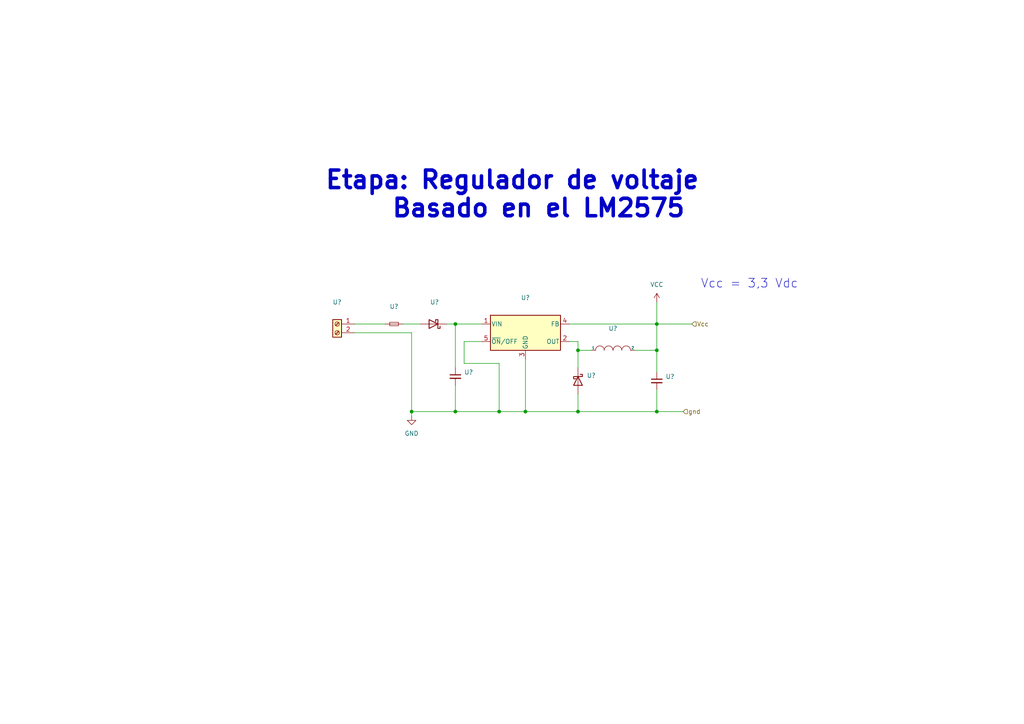
<source format=kicad_sch>
(kicad_sch (version 20220929) (generator eeschema)
  (paper "A4")
  (title_block (date "2022-09-15") (rev "José Luis Laica") (company "INTEAMBI"))
  (lib_symbols
    (symbol "Connector:Screw_Terminal_01x02" (pin_names (offset 1.016) hide)
      (property "Reference" "J" (at 0 2.54 0))
      (property "Value" "Screw_Terminal_01x02" (at 0 -5.08 0))
      (symbol "Screw_Terminal_01x02_1_1"
        (rectangle (start -1.27 1.27) (end 1.27 -3.81) (stroke (width 0.254)) (fill (type background)))
        (circle (center 0 -2.54) (radius 0.635) (stroke (width 0.1524)))
        (polyline (pts (xy -0.5334 -2.2098) (xy 0.3302 -3.048)) (stroke (width 0.1524)))
        (polyline (pts (xy -0.5334 0.3302) (xy 0.3302 -0.508)) (stroke (width 0.1524)))
        (polyline (pts (xy -0.3556 -2.032) (xy 0.508 -2.8702)) (stroke (width 0.1524)))
        (polyline (pts (xy -0.3556 0.508) (xy 0.508 -0.3302)) (stroke (width 0.1524)))
        (circle (center 0 0) (radius 0.635) (stroke (width 0.1524)))
        (pin passive line (at -5.08 0 0) (length 3.81) (name "Pin_1") (number "1"))
        (pin passive line (at -5.08 -2.54 0) (length 3.81) (name "Pin_2") (number "2"))
      )
    )
    (symbol "Device:C_Small" (pin_numbers hide) (pin_names (offset 0.254) hide)
      (property "Reference" "C" (at 0.254 1.778 0))
      (property "Value" "C_Small" (at 0.254 -2.032 0))
      (symbol "C_Small_0_1"
        (polyline (pts (xy -1.524 -0.508) (xy 1.524 -0.508)) (stroke (width 0.3302)))
        (polyline (pts (xy -1.524 0.508) (xy 1.524 0.508)) (stroke (width 0.3048)))
      )
      (symbol "C_Small_1_1"
        (pin passive line (at 0 2.54 270) (length 2.032) (name "~") (number "1"))
        (pin passive line (at 0 -2.54 90) (length 2.032) (name "~") (number "2"))
      )
    )
    (symbol "Device:Fuse_Small" (pin_numbers hide) (pin_names (offset 0.254) hide)
      (property "Reference" "F" (at 0 -1.524 0))
      (property "Value" "Fuse_Small" (at 0 1.524 0))
      (symbol "Fuse_Small_0_1"
        (rectangle (start -1.27 0.508) (end 1.27 -0.508))
        (polyline (pts (xy -1.27 0) (xy 1.27 0)))
      )
      (symbol "Fuse_Small_1_1"
        (pin passive line (at -2.54 0 0) (length 1.27) (name "~") (number "1"))
        (pin passive line (at 2.54 0 180) (length 1.27) (name "~") (number "2"))
      )
    )
    (symbol "Diode:B330" (pin_numbers hide) (pin_names (offset 1.016) hide)
      (property "Reference" "D" (at 0 2.54 0))
      (property "Value" "B330" (at 0 -2.54 0))
      (symbol "B330_0_1"
        (polyline (pts (xy 1.27 0) (xy -1.27 0)))
        (polyline (pts (xy 1.27 1.27) (xy 1.27 -1.27) (xy -1.27 0) (xy 1.27 1.27)) (stroke (width 0.254)))
        (polyline (pts (xy -1.905 0.635) (xy -1.905 1.27) (xy -1.27 1.27) (xy -1.27 -1.27) (xy -0.635 -1.27) (xy -0.635 -0.635)) (stroke (width 0.254)))
      )
      (symbol "B330_1_1"
        (pin passive line (at -3.81 0 0) (length 2.54) (name "K") (number "1"))
        (pin passive line (at 3.81 0 180) (length 2.54) (name "A") (number "2"))
      )
    )
    (symbol "Regulator_Switching:LM2576HVS-3.3" (pin_names (offset 0.254))
      (property "Reference" "U" (at -10.16 6.35 0))
      (property "Value" "LM2576HVS-3.3" (at 0 6.35 0))
      (symbol "LM2576HVS-3.3_0_1"
        (rectangle (start -10.16 5.08) (end 10.16 -5.08) (stroke (width 0.254)) (fill (type background)))
      )
      (symbol "LM2576HVS-3.3_1_1"
        (pin power_in line (at -12.7 2.54 0) (length 2.54) (name "VIN") (number "1"))
        (pin output line (at 12.7 -2.54 180) (length 2.54) (name "OUT") (number "2"))
        (pin power_in line (at 0 -7.62 90) (length 2.54) (name "GND") (number "3"))
        (pin input line (at 12.7 2.54 180) (length 2.54) (name "FB") (number "4"))
        (pin input line (at -12.7 -2.54 0) (length 2.54) (name "~{ON}/OFF") (number "5"))
      )
    )
    (symbol "power:GND" (power) (pin_names (offset 0))
      (property "Value" "GND" (at 0 -3.81 0))
      (symbol "GND_0_1"
        (polyline (pts (xy 0 0) (xy 0 -1.27) (xy 1.27 -1.27) (xy 0 -2.54) (xy -1.27 -1.27) (xy 0 -1.27)))
      )
      (symbol "GND_1_1"
        (pin power_in line (at 0 0 270) (length 0) hide (name "GND") (number "1"))
      )
    )
    (symbol "power:VCC" (power) (pin_names (offset 0))
      (property "Value" "VCC" (at 0 3.81 0))
      (symbol "VCC_0_1"
        (polyline (pts (xy -0.762 1.27) (xy 0 2.54)))
        (polyline (pts (xy 0 0) (xy 0 2.54)))
        (polyline (pts (xy 0 2.54) (xy 0.762 1.27)))
      )
      (symbol "VCC_1_1"
        (pin power_in line (at 0 0 90) (length 0) hide (name "VCC") (number "1"))
      )
    )
    (symbol "pspice:INDUCTOR" (pin_numbers hide) (pin_names (offset 0))
      (property "Reference" "L" (at 0 2.54 0))
      (property "Value" "INDUCTOR" (at 0 -1.27 0))
      (symbol "INDUCTOR_0_1"
        (arc (start -2.54 0) (mid -3.81 1.27) (end -5.08 0))
        (arc (start 0 0) (mid -1.27 1.27) (end -2.54 0))
        (arc (start 2.54 0) (mid 1.27 1.27) (end 0 0))
        (arc (start 5.08 0) (mid 3.81 1.27) (end 2.54 0))
      )
      (symbol "INDUCTOR_1_1"
        (pin input line (at -6.35 0 0) (length 1.27) (name "1") (number "1"))
        (pin input line (at 6.35 0 180) (length 1.27) (name "2") (number "2"))
      )
    )
  )
  (junction (at 190.5 93.98))
  (junction (at 132.08 93.98))
  (junction (at 132.08 119.38))
  (junction (at 167.64 119.38))
  (junction (at 190.5 119.38))
  (junction (at 144.78 119.38))
  (junction (at 167.64 101.6))
  (junction (at 152.4 119.38))
  (junction (at 119.38 119.38))
  (junction (at 190.5 101.6))
  (wire (pts (xy 152.4 119.38) (xy 144.78 119.38)))
  (wire (pts (xy 102.87 93.98) (xy 111.76 93.98)))
  (wire (pts (xy 134.62 99.06) (xy 134.62 105.41)))
  (wire (pts (xy 167.64 119.38) (xy 190.5 119.38)))
  (wire (pts (xy 184.15 101.6) (xy 190.5 101.6)))
  (wire (pts (xy 171.45 101.6) (xy 167.64 101.6)))
  (wire (pts (xy 102.87 96.52) (xy 119.38 96.52)))
  (wire (pts (xy 139.7 99.06) (xy 134.62 99.06)))
  (wire (pts (xy 144.78 119.38) (xy 132.08 119.38)))
  (wire (pts (xy 190.5 113.03) (xy 190.5 119.38)))
  (wire (pts (xy 190.5 93.98) (xy 190.5 101.6)))
  (wire (pts (xy 165.1 93.98) (xy 190.5 93.98)))
  (wire (pts (xy 129.54 93.98) (xy 132.08 93.98)))
  (wire (pts (xy 132.08 93.98) (xy 132.08 106.68)))
  (wire (pts (xy 119.38 96.52) (xy 119.38 119.38)))
  (wire (pts (xy 144.78 105.41) (xy 144.78 119.38)))
  (wire (pts (xy 167.64 114.3) (xy 167.64 119.38)))
  (wire (pts (xy 116.84 93.98) (xy 121.92 93.98)))
  (wire (pts (xy 119.38 119.38) (xy 132.08 119.38)))
  (wire (pts (xy 190.5 93.98) (xy 200.66 93.98)))
  (wire (pts (xy 132.08 93.98) (xy 139.7 93.98)))
  (wire (pts (xy 167.64 99.06) (xy 165.1 99.06)))
  (wire (pts (xy 134.62 105.41) (xy 144.78 105.41)))
  (wire (pts (xy 190.5 87.63) (xy 190.5 93.98)))
  (wire (pts (xy 152.4 104.14) (xy 152.4 119.38)))
  (wire (pts (xy 190.5 119.38) (xy 198.12 119.38)))
  (wire (pts (xy 190.5 101.6) (xy 190.5 107.95)))
  (wire (pts (xy 119.38 119.38) (xy 119.38 120.65)))
  (wire (pts (xy 167.64 119.38) (xy 152.4 119.38)))
  (wire (pts (xy 132.08 119.38) (xy 132.08 111.76)))
  (wire (pts (xy 167.64 101.6) (xy 167.64 99.06)))
  (wire (pts (xy 167.64 101.6) (xy 167.64 106.68)))
  (text "Vcc = 3,3 Vdc" (at 203.2 83.82 0) (effects (font (size 2.54 2.54)) (justify left bottom)))
  (text "Etapa: Regulador de voltaje\n     Basado en el LM2575" (at 93.98 63.5 0) (effects (font (size 5.08 5.08) (thickness 1.016) bold) (justify left bottom)))
  (hierarchical_label "gnd" (shape input) (at 198.12 119.38 0))
  (hierarchical_label "Vcc" (shape input) (at 200.66 93.98 0))
  (symbol (lib_id "pspice:INDUCTOR") (at 177.8 101.6 0) (unit 1)
    (default_instance (reference "") (unit 1) (value "") (footprint ""))
  )
  (symbol (lib_id "Connector:Screw_Terminal_01x02") (at 97.79 93.98 0) (mirror y) (unit 1)
    (default_instance (reference "") (unit 1) (value "") (footprint ""))
  )
  (symbol (lib_id "Diode:B330") (at 167.64 110.49 270) (unit 1)
    (default_instance (reference "") (unit 1) (value "") (footprint ""))
    (property "Datasheet" "http://www.jameco.com/Jameco/Products/ProdDS/1538777.pdf" (effects hide))
  )
  (symbol (lib_id "Device:Fuse_Small") (at 114.3 93.98 0) (unit 1)
    (default_instance (reference "") (unit 1) (value "") (footprint ""))
  )
  (symbol (lib_id "Device:C_Small") (at 132.08 109.22 0) (unit 1)
    (default_instance (reference "") (unit 1) (value "") (footprint ""))
  )
  (symbol (lib_id "Device:C_Small") (at 190.5 110.49 0) (unit 1)
    (default_instance (reference "") (unit 1) (value "") (footprint ""))
  )
  (symbol (lib_id "power:GND") (at 119.38 120.65 0) (unit 1)
    (default_instance (reference "") (unit 1) (value "") (footprint ""))
  )
  (symbol (lib_id "power:VCC") (at 190.5 87.63 0) (unit 1)
    (default_instance (reference "") (unit 1) (value "") (footprint ""))
  )
  (symbol (lib_id "Diode:B330") (at 125.73 93.98 180) (unit 1)
    (default_instance (reference "") (unit 1) (value "") (footprint ""))
    (property "Datasheet" "http://www.jameco.com/Jameco/Products/ProdDS/1538777.pdf" (effects hide))
  )
  (symbol (lib_id "Regulator_Switching:LM2576HVS-3.3") (at 152.4 96.52 0) (unit 1)
    (default_instance (reference "") (unit 1) (value "") (footprint ""))
    (property "Datasheet" "http://www.ti.com/lit/ds/symlink/lm2576.pdf" (effects hide))
  )
)
</source>
